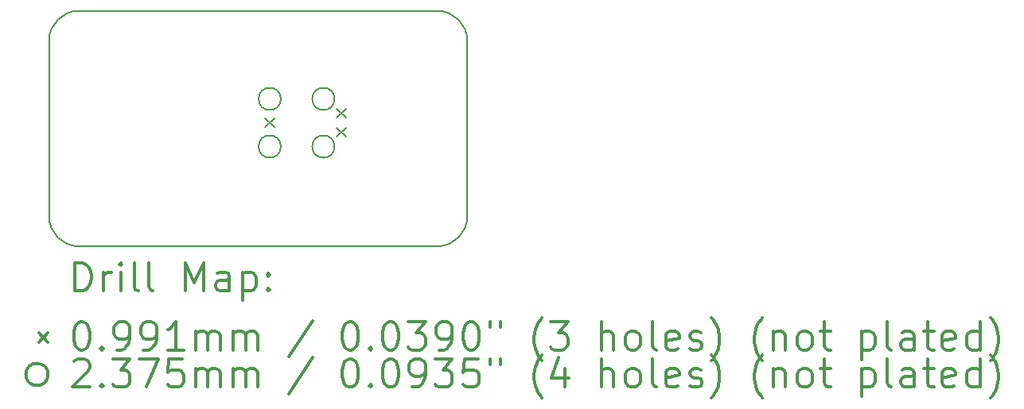
<source format=gbr>
%FSLAX45Y45*%
G04 Gerber Fmt 4.5, Leading zero omitted, Abs format (unit mm)*
G04 Created by KiCad (PCBNEW (5.1.12)-1) date 2023-04-24 20:05:02*
%MOMM*%
%LPD*%
G01*
G04 APERTURE LIST*
%TA.AperFunction,Profile*%
%ADD10C,0.200000*%
%TD*%
%ADD11C,0.200000*%
%ADD12C,0.300000*%
G04 APERTURE END LIST*
D10*
X17521068Y-5501144D02*
G75*
G02*
X17838568Y-5818644I0J-317500D01*
G01*
X13388568Y-5818644D02*
G75*
G02*
X13706068Y-5501144I317500J0D01*
G01*
X13388568Y-5818644D02*
X13388568Y-7693644D01*
X13706068Y-8011144D02*
X17521068Y-8011144D01*
X17521068Y-5501144D02*
X13706068Y-5501144D01*
X17838568Y-7693644D02*
X17838568Y-5818644D01*
X17838568Y-7693644D02*
G75*
G02*
X17521068Y-8011144I-317500J0D01*
G01*
X13706068Y-8011144D02*
G75*
G02*
X13388568Y-7693644I0J317500D01*
G01*
D11*
X15686786Y-6644386D02*
X15785846Y-6743446D01*
X15785846Y-6644386D02*
X15686786Y-6743446D01*
X16448786Y-6542786D02*
X16547846Y-6641846D01*
X16547846Y-6542786D02*
X16448786Y-6641846D01*
X16448786Y-6745986D02*
X16547846Y-6845046D01*
X16547846Y-6745986D02*
X16448786Y-6845046D01*
X15855061Y-6439916D02*
G75*
G03*
X15855061Y-6439916I-118745J0D01*
G01*
X15855061Y-6947916D02*
G75*
G03*
X15855061Y-6947916I-118745J0D01*
G01*
X16426561Y-6439916D02*
G75*
G03*
X16426561Y-6439916I-118745J0D01*
G01*
X16426561Y-6947916D02*
G75*
G03*
X16426561Y-6947916I-118745J0D01*
G01*
D12*
X13664996Y-8486858D02*
X13664996Y-8186858D01*
X13736425Y-8186858D01*
X13779282Y-8201144D01*
X13807854Y-8229715D01*
X13822139Y-8258287D01*
X13836425Y-8315430D01*
X13836425Y-8358287D01*
X13822139Y-8415430D01*
X13807854Y-8444001D01*
X13779282Y-8472573D01*
X13736425Y-8486858D01*
X13664996Y-8486858D01*
X13964996Y-8486858D02*
X13964996Y-8286858D01*
X13964996Y-8344001D02*
X13979282Y-8315430D01*
X13993568Y-8301144D01*
X14022139Y-8286858D01*
X14050711Y-8286858D01*
X14150711Y-8486858D02*
X14150711Y-8286858D01*
X14150711Y-8186858D02*
X14136425Y-8201144D01*
X14150711Y-8215430D01*
X14164996Y-8201144D01*
X14150711Y-8186858D01*
X14150711Y-8215430D01*
X14336425Y-8486858D02*
X14307854Y-8472573D01*
X14293568Y-8444001D01*
X14293568Y-8186858D01*
X14493568Y-8486858D02*
X14464996Y-8472573D01*
X14450711Y-8444001D01*
X14450711Y-8186858D01*
X14836425Y-8486858D02*
X14836425Y-8186858D01*
X14936425Y-8401144D01*
X15036425Y-8186858D01*
X15036425Y-8486858D01*
X15307854Y-8486858D02*
X15307854Y-8329715D01*
X15293568Y-8301144D01*
X15264996Y-8286858D01*
X15207854Y-8286858D01*
X15179282Y-8301144D01*
X15307854Y-8472573D02*
X15279282Y-8486858D01*
X15207854Y-8486858D01*
X15179282Y-8472573D01*
X15164996Y-8444001D01*
X15164996Y-8415430D01*
X15179282Y-8386858D01*
X15207854Y-8372573D01*
X15279282Y-8372573D01*
X15307854Y-8358287D01*
X15450711Y-8286858D02*
X15450711Y-8586858D01*
X15450711Y-8301144D02*
X15479282Y-8286858D01*
X15536425Y-8286858D01*
X15564996Y-8301144D01*
X15579282Y-8315430D01*
X15593568Y-8344001D01*
X15593568Y-8429716D01*
X15579282Y-8458287D01*
X15564996Y-8472573D01*
X15536425Y-8486858D01*
X15479282Y-8486858D01*
X15450711Y-8472573D01*
X15722139Y-8458287D02*
X15736425Y-8472573D01*
X15722139Y-8486858D01*
X15707854Y-8472573D01*
X15722139Y-8458287D01*
X15722139Y-8486858D01*
X15722139Y-8301144D02*
X15736425Y-8315430D01*
X15722139Y-8329715D01*
X15707854Y-8315430D01*
X15722139Y-8301144D01*
X15722139Y-8329715D01*
X13279508Y-8931614D02*
X13378568Y-9030674D01*
X13378568Y-8931614D02*
X13279508Y-9030674D01*
X13722139Y-8816858D02*
X13750711Y-8816858D01*
X13779282Y-8831144D01*
X13793568Y-8845430D01*
X13807854Y-8874001D01*
X13822139Y-8931144D01*
X13822139Y-9002573D01*
X13807854Y-9059716D01*
X13793568Y-9088287D01*
X13779282Y-9102573D01*
X13750711Y-9116858D01*
X13722139Y-9116858D01*
X13693568Y-9102573D01*
X13679282Y-9088287D01*
X13664996Y-9059716D01*
X13650711Y-9002573D01*
X13650711Y-8931144D01*
X13664996Y-8874001D01*
X13679282Y-8845430D01*
X13693568Y-8831144D01*
X13722139Y-8816858D01*
X13950711Y-9088287D02*
X13964996Y-9102573D01*
X13950711Y-9116858D01*
X13936425Y-9102573D01*
X13950711Y-9088287D01*
X13950711Y-9116858D01*
X14107854Y-9116858D02*
X14164996Y-9116858D01*
X14193568Y-9102573D01*
X14207854Y-9088287D01*
X14236425Y-9045430D01*
X14250711Y-8988287D01*
X14250711Y-8874001D01*
X14236425Y-8845430D01*
X14222139Y-8831144D01*
X14193568Y-8816858D01*
X14136425Y-8816858D01*
X14107854Y-8831144D01*
X14093568Y-8845430D01*
X14079282Y-8874001D01*
X14079282Y-8945430D01*
X14093568Y-8974001D01*
X14107854Y-8988287D01*
X14136425Y-9002573D01*
X14193568Y-9002573D01*
X14222139Y-8988287D01*
X14236425Y-8974001D01*
X14250711Y-8945430D01*
X14393568Y-9116858D02*
X14450711Y-9116858D01*
X14479282Y-9102573D01*
X14493568Y-9088287D01*
X14522139Y-9045430D01*
X14536425Y-8988287D01*
X14536425Y-8874001D01*
X14522139Y-8845430D01*
X14507854Y-8831144D01*
X14479282Y-8816858D01*
X14422139Y-8816858D01*
X14393568Y-8831144D01*
X14379282Y-8845430D01*
X14364996Y-8874001D01*
X14364996Y-8945430D01*
X14379282Y-8974001D01*
X14393568Y-8988287D01*
X14422139Y-9002573D01*
X14479282Y-9002573D01*
X14507854Y-8988287D01*
X14522139Y-8974001D01*
X14536425Y-8945430D01*
X14822139Y-9116858D02*
X14650711Y-9116858D01*
X14736425Y-9116858D02*
X14736425Y-8816858D01*
X14707854Y-8859716D01*
X14679282Y-8888287D01*
X14650711Y-8902573D01*
X14950711Y-9116858D02*
X14950711Y-8916858D01*
X14950711Y-8945430D02*
X14964996Y-8931144D01*
X14993568Y-8916858D01*
X15036425Y-8916858D01*
X15064996Y-8931144D01*
X15079282Y-8959716D01*
X15079282Y-9116858D01*
X15079282Y-8959716D02*
X15093568Y-8931144D01*
X15122139Y-8916858D01*
X15164996Y-8916858D01*
X15193568Y-8931144D01*
X15207854Y-8959716D01*
X15207854Y-9116858D01*
X15350711Y-9116858D02*
X15350711Y-8916858D01*
X15350711Y-8945430D02*
X15364996Y-8931144D01*
X15393568Y-8916858D01*
X15436425Y-8916858D01*
X15464996Y-8931144D01*
X15479282Y-8959716D01*
X15479282Y-9116858D01*
X15479282Y-8959716D02*
X15493568Y-8931144D01*
X15522139Y-8916858D01*
X15564996Y-8916858D01*
X15593568Y-8931144D01*
X15607854Y-8959716D01*
X15607854Y-9116858D01*
X16193568Y-8802573D02*
X15936425Y-9188287D01*
X16579282Y-8816858D02*
X16607854Y-8816858D01*
X16636425Y-8831144D01*
X16650711Y-8845430D01*
X16664996Y-8874001D01*
X16679282Y-8931144D01*
X16679282Y-9002573D01*
X16664996Y-9059716D01*
X16650711Y-9088287D01*
X16636425Y-9102573D01*
X16607854Y-9116858D01*
X16579282Y-9116858D01*
X16550711Y-9102573D01*
X16536425Y-9088287D01*
X16522139Y-9059716D01*
X16507854Y-9002573D01*
X16507854Y-8931144D01*
X16522139Y-8874001D01*
X16536425Y-8845430D01*
X16550711Y-8831144D01*
X16579282Y-8816858D01*
X16807854Y-9088287D02*
X16822139Y-9102573D01*
X16807854Y-9116858D01*
X16793568Y-9102573D01*
X16807854Y-9088287D01*
X16807854Y-9116858D01*
X17007854Y-8816858D02*
X17036425Y-8816858D01*
X17064996Y-8831144D01*
X17079282Y-8845430D01*
X17093568Y-8874001D01*
X17107854Y-8931144D01*
X17107854Y-9002573D01*
X17093568Y-9059716D01*
X17079282Y-9088287D01*
X17064996Y-9102573D01*
X17036425Y-9116858D01*
X17007854Y-9116858D01*
X16979282Y-9102573D01*
X16964996Y-9088287D01*
X16950711Y-9059716D01*
X16936425Y-9002573D01*
X16936425Y-8931144D01*
X16950711Y-8874001D01*
X16964996Y-8845430D01*
X16979282Y-8831144D01*
X17007854Y-8816858D01*
X17207854Y-8816858D02*
X17393568Y-8816858D01*
X17293568Y-8931144D01*
X17336425Y-8931144D01*
X17364996Y-8945430D01*
X17379282Y-8959716D01*
X17393568Y-8988287D01*
X17393568Y-9059716D01*
X17379282Y-9088287D01*
X17364996Y-9102573D01*
X17336425Y-9116858D01*
X17250711Y-9116858D01*
X17222139Y-9102573D01*
X17207854Y-9088287D01*
X17536425Y-9116858D02*
X17593568Y-9116858D01*
X17622139Y-9102573D01*
X17636425Y-9088287D01*
X17664996Y-9045430D01*
X17679282Y-8988287D01*
X17679282Y-8874001D01*
X17664996Y-8845430D01*
X17650711Y-8831144D01*
X17622139Y-8816858D01*
X17564996Y-8816858D01*
X17536425Y-8831144D01*
X17522139Y-8845430D01*
X17507854Y-8874001D01*
X17507854Y-8945430D01*
X17522139Y-8974001D01*
X17536425Y-8988287D01*
X17564996Y-9002573D01*
X17622139Y-9002573D01*
X17650711Y-8988287D01*
X17664996Y-8974001D01*
X17679282Y-8945430D01*
X17864996Y-8816858D02*
X17893568Y-8816858D01*
X17922139Y-8831144D01*
X17936425Y-8845430D01*
X17950711Y-8874001D01*
X17964996Y-8931144D01*
X17964996Y-9002573D01*
X17950711Y-9059716D01*
X17936425Y-9088287D01*
X17922139Y-9102573D01*
X17893568Y-9116858D01*
X17864996Y-9116858D01*
X17836425Y-9102573D01*
X17822139Y-9088287D01*
X17807854Y-9059716D01*
X17793568Y-9002573D01*
X17793568Y-8931144D01*
X17807854Y-8874001D01*
X17822139Y-8845430D01*
X17836425Y-8831144D01*
X17864996Y-8816858D01*
X18079282Y-8816858D02*
X18079282Y-8874001D01*
X18193568Y-8816858D02*
X18193568Y-8874001D01*
X18636425Y-9231144D02*
X18622139Y-9216858D01*
X18593568Y-9174001D01*
X18579282Y-9145430D01*
X18564996Y-9102573D01*
X18550711Y-9031144D01*
X18550711Y-8974001D01*
X18564996Y-8902573D01*
X18579282Y-8859716D01*
X18593568Y-8831144D01*
X18622139Y-8788287D01*
X18636425Y-8774001D01*
X18722139Y-8816858D02*
X18907854Y-8816858D01*
X18807854Y-8931144D01*
X18850711Y-8931144D01*
X18879282Y-8945430D01*
X18893568Y-8959716D01*
X18907854Y-8988287D01*
X18907854Y-9059716D01*
X18893568Y-9088287D01*
X18879282Y-9102573D01*
X18850711Y-9116858D01*
X18764996Y-9116858D01*
X18736425Y-9102573D01*
X18722139Y-9088287D01*
X19264996Y-9116858D02*
X19264996Y-8816858D01*
X19393568Y-9116858D02*
X19393568Y-8959716D01*
X19379282Y-8931144D01*
X19350711Y-8916858D01*
X19307854Y-8916858D01*
X19279282Y-8931144D01*
X19264996Y-8945430D01*
X19579282Y-9116858D02*
X19550711Y-9102573D01*
X19536425Y-9088287D01*
X19522139Y-9059716D01*
X19522139Y-8974001D01*
X19536425Y-8945430D01*
X19550711Y-8931144D01*
X19579282Y-8916858D01*
X19622139Y-8916858D01*
X19650711Y-8931144D01*
X19664996Y-8945430D01*
X19679282Y-8974001D01*
X19679282Y-9059716D01*
X19664996Y-9088287D01*
X19650711Y-9102573D01*
X19622139Y-9116858D01*
X19579282Y-9116858D01*
X19850711Y-9116858D02*
X19822139Y-9102573D01*
X19807854Y-9074001D01*
X19807854Y-8816858D01*
X20079282Y-9102573D02*
X20050711Y-9116858D01*
X19993568Y-9116858D01*
X19964996Y-9102573D01*
X19950711Y-9074001D01*
X19950711Y-8959716D01*
X19964996Y-8931144D01*
X19993568Y-8916858D01*
X20050711Y-8916858D01*
X20079282Y-8931144D01*
X20093568Y-8959716D01*
X20093568Y-8988287D01*
X19950711Y-9016858D01*
X20207854Y-9102573D02*
X20236425Y-9116858D01*
X20293568Y-9116858D01*
X20322139Y-9102573D01*
X20336425Y-9074001D01*
X20336425Y-9059716D01*
X20322139Y-9031144D01*
X20293568Y-9016858D01*
X20250711Y-9016858D01*
X20222139Y-9002573D01*
X20207854Y-8974001D01*
X20207854Y-8959716D01*
X20222139Y-8931144D01*
X20250711Y-8916858D01*
X20293568Y-8916858D01*
X20322139Y-8931144D01*
X20436425Y-9231144D02*
X20450711Y-9216858D01*
X20479282Y-9174001D01*
X20493568Y-9145430D01*
X20507854Y-9102573D01*
X20522139Y-9031144D01*
X20522139Y-8974001D01*
X20507854Y-8902573D01*
X20493568Y-8859716D01*
X20479282Y-8831144D01*
X20450711Y-8788287D01*
X20436425Y-8774001D01*
X20979282Y-9231144D02*
X20964996Y-9216858D01*
X20936425Y-9174001D01*
X20922139Y-9145430D01*
X20907854Y-9102573D01*
X20893568Y-9031144D01*
X20893568Y-8974001D01*
X20907854Y-8902573D01*
X20922139Y-8859716D01*
X20936425Y-8831144D01*
X20964996Y-8788287D01*
X20979282Y-8774001D01*
X21093568Y-8916858D02*
X21093568Y-9116858D01*
X21093568Y-8945430D02*
X21107854Y-8931144D01*
X21136425Y-8916858D01*
X21179282Y-8916858D01*
X21207854Y-8931144D01*
X21222139Y-8959716D01*
X21222139Y-9116858D01*
X21407854Y-9116858D02*
X21379282Y-9102573D01*
X21364996Y-9088287D01*
X21350711Y-9059716D01*
X21350711Y-8974001D01*
X21364996Y-8945430D01*
X21379282Y-8931144D01*
X21407854Y-8916858D01*
X21450711Y-8916858D01*
X21479282Y-8931144D01*
X21493568Y-8945430D01*
X21507854Y-8974001D01*
X21507854Y-9059716D01*
X21493568Y-9088287D01*
X21479282Y-9102573D01*
X21450711Y-9116858D01*
X21407854Y-9116858D01*
X21593568Y-8916858D02*
X21707854Y-8916858D01*
X21636425Y-8816858D02*
X21636425Y-9074001D01*
X21650711Y-9102573D01*
X21679282Y-9116858D01*
X21707854Y-9116858D01*
X22036425Y-8916858D02*
X22036425Y-9216858D01*
X22036425Y-8931144D02*
X22064996Y-8916858D01*
X22122139Y-8916858D01*
X22150711Y-8931144D01*
X22164996Y-8945430D01*
X22179282Y-8974001D01*
X22179282Y-9059716D01*
X22164996Y-9088287D01*
X22150711Y-9102573D01*
X22122139Y-9116858D01*
X22064996Y-9116858D01*
X22036425Y-9102573D01*
X22350711Y-9116858D02*
X22322139Y-9102573D01*
X22307854Y-9074001D01*
X22307854Y-8816858D01*
X22593568Y-9116858D02*
X22593568Y-8959716D01*
X22579282Y-8931144D01*
X22550711Y-8916858D01*
X22493568Y-8916858D01*
X22464996Y-8931144D01*
X22593568Y-9102573D02*
X22564996Y-9116858D01*
X22493568Y-9116858D01*
X22464996Y-9102573D01*
X22450711Y-9074001D01*
X22450711Y-9045430D01*
X22464996Y-9016858D01*
X22493568Y-9002573D01*
X22564996Y-9002573D01*
X22593568Y-8988287D01*
X22693568Y-8916858D02*
X22807854Y-8916858D01*
X22736425Y-8816858D02*
X22736425Y-9074001D01*
X22750711Y-9102573D01*
X22779282Y-9116858D01*
X22807854Y-9116858D01*
X23022139Y-9102573D02*
X22993568Y-9116858D01*
X22936425Y-9116858D01*
X22907854Y-9102573D01*
X22893568Y-9074001D01*
X22893568Y-8959716D01*
X22907854Y-8931144D01*
X22936425Y-8916858D01*
X22993568Y-8916858D01*
X23022139Y-8931144D01*
X23036425Y-8959716D01*
X23036425Y-8988287D01*
X22893568Y-9016858D01*
X23293568Y-9116858D02*
X23293568Y-8816858D01*
X23293568Y-9102573D02*
X23264996Y-9116858D01*
X23207854Y-9116858D01*
X23179282Y-9102573D01*
X23164996Y-9088287D01*
X23150711Y-9059716D01*
X23150711Y-8974001D01*
X23164996Y-8945430D01*
X23179282Y-8931144D01*
X23207854Y-8916858D01*
X23264996Y-8916858D01*
X23293568Y-8931144D01*
X23407854Y-9231144D02*
X23422139Y-9216858D01*
X23450711Y-9174001D01*
X23464996Y-9145430D01*
X23479282Y-9102573D01*
X23493568Y-9031144D01*
X23493568Y-8974001D01*
X23479282Y-8902573D01*
X23464996Y-8859716D01*
X23450711Y-8831144D01*
X23422139Y-8788287D01*
X23407854Y-8774001D01*
X13378568Y-9377144D02*
G75*
G03*
X13378568Y-9377144I-118745J0D01*
G01*
X13650711Y-9241430D02*
X13664996Y-9227144D01*
X13693568Y-9212858D01*
X13764996Y-9212858D01*
X13793568Y-9227144D01*
X13807854Y-9241430D01*
X13822139Y-9270001D01*
X13822139Y-9298573D01*
X13807854Y-9341430D01*
X13636425Y-9512858D01*
X13822139Y-9512858D01*
X13950711Y-9484287D02*
X13964996Y-9498573D01*
X13950711Y-9512858D01*
X13936425Y-9498573D01*
X13950711Y-9484287D01*
X13950711Y-9512858D01*
X14064996Y-9212858D02*
X14250711Y-9212858D01*
X14150711Y-9327144D01*
X14193568Y-9327144D01*
X14222139Y-9341430D01*
X14236425Y-9355716D01*
X14250711Y-9384287D01*
X14250711Y-9455716D01*
X14236425Y-9484287D01*
X14222139Y-9498573D01*
X14193568Y-9512858D01*
X14107854Y-9512858D01*
X14079282Y-9498573D01*
X14064996Y-9484287D01*
X14350711Y-9212858D02*
X14550711Y-9212858D01*
X14422139Y-9512858D01*
X14807854Y-9212858D02*
X14664996Y-9212858D01*
X14650711Y-9355716D01*
X14664996Y-9341430D01*
X14693568Y-9327144D01*
X14764996Y-9327144D01*
X14793568Y-9341430D01*
X14807854Y-9355716D01*
X14822139Y-9384287D01*
X14822139Y-9455716D01*
X14807854Y-9484287D01*
X14793568Y-9498573D01*
X14764996Y-9512858D01*
X14693568Y-9512858D01*
X14664996Y-9498573D01*
X14650711Y-9484287D01*
X14950711Y-9512858D02*
X14950711Y-9312858D01*
X14950711Y-9341430D02*
X14964996Y-9327144D01*
X14993568Y-9312858D01*
X15036425Y-9312858D01*
X15064996Y-9327144D01*
X15079282Y-9355716D01*
X15079282Y-9512858D01*
X15079282Y-9355716D02*
X15093568Y-9327144D01*
X15122139Y-9312858D01*
X15164996Y-9312858D01*
X15193568Y-9327144D01*
X15207854Y-9355716D01*
X15207854Y-9512858D01*
X15350711Y-9512858D02*
X15350711Y-9312858D01*
X15350711Y-9341430D02*
X15364996Y-9327144D01*
X15393568Y-9312858D01*
X15436425Y-9312858D01*
X15464996Y-9327144D01*
X15479282Y-9355716D01*
X15479282Y-9512858D01*
X15479282Y-9355716D02*
X15493568Y-9327144D01*
X15522139Y-9312858D01*
X15564996Y-9312858D01*
X15593568Y-9327144D01*
X15607854Y-9355716D01*
X15607854Y-9512858D01*
X16193568Y-9198573D02*
X15936425Y-9584287D01*
X16579282Y-9212858D02*
X16607854Y-9212858D01*
X16636425Y-9227144D01*
X16650711Y-9241430D01*
X16664996Y-9270001D01*
X16679282Y-9327144D01*
X16679282Y-9398573D01*
X16664996Y-9455716D01*
X16650711Y-9484287D01*
X16636425Y-9498573D01*
X16607854Y-9512858D01*
X16579282Y-9512858D01*
X16550711Y-9498573D01*
X16536425Y-9484287D01*
X16522139Y-9455716D01*
X16507854Y-9398573D01*
X16507854Y-9327144D01*
X16522139Y-9270001D01*
X16536425Y-9241430D01*
X16550711Y-9227144D01*
X16579282Y-9212858D01*
X16807854Y-9484287D02*
X16822139Y-9498573D01*
X16807854Y-9512858D01*
X16793568Y-9498573D01*
X16807854Y-9484287D01*
X16807854Y-9512858D01*
X17007854Y-9212858D02*
X17036425Y-9212858D01*
X17064996Y-9227144D01*
X17079282Y-9241430D01*
X17093568Y-9270001D01*
X17107854Y-9327144D01*
X17107854Y-9398573D01*
X17093568Y-9455716D01*
X17079282Y-9484287D01*
X17064996Y-9498573D01*
X17036425Y-9512858D01*
X17007854Y-9512858D01*
X16979282Y-9498573D01*
X16964996Y-9484287D01*
X16950711Y-9455716D01*
X16936425Y-9398573D01*
X16936425Y-9327144D01*
X16950711Y-9270001D01*
X16964996Y-9241430D01*
X16979282Y-9227144D01*
X17007854Y-9212858D01*
X17250711Y-9512858D02*
X17307854Y-9512858D01*
X17336425Y-9498573D01*
X17350711Y-9484287D01*
X17379282Y-9441430D01*
X17393568Y-9384287D01*
X17393568Y-9270001D01*
X17379282Y-9241430D01*
X17364996Y-9227144D01*
X17336425Y-9212858D01*
X17279282Y-9212858D01*
X17250711Y-9227144D01*
X17236425Y-9241430D01*
X17222139Y-9270001D01*
X17222139Y-9341430D01*
X17236425Y-9370001D01*
X17250711Y-9384287D01*
X17279282Y-9398573D01*
X17336425Y-9398573D01*
X17364996Y-9384287D01*
X17379282Y-9370001D01*
X17393568Y-9341430D01*
X17493568Y-9212858D02*
X17679282Y-9212858D01*
X17579282Y-9327144D01*
X17622139Y-9327144D01*
X17650711Y-9341430D01*
X17664996Y-9355716D01*
X17679282Y-9384287D01*
X17679282Y-9455716D01*
X17664996Y-9484287D01*
X17650711Y-9498573D01*
X17622139Y-9512858D01*
X17536425Y-9512858D01*
X17507854Y-9498573D01*
X17493568Y-9484287D01*
X17950711Y-9212858D02*
X17807854Y-9212858D01*
X17793568Y-9355716D01*
X17807854Y-9341430D01*
X17836425Y-9327144D01*
X17907854Y-9327144D01*
X17936425Y-9341430D01*
X17950711Y-9355716D01*
X17964996Y-9384287D01*
X17964996Y-9455716D01*
X17950711Y-9484287D01*
X17936425Y-9498573D01*
X17907854Y-9512858D01*
X17836425Y-9512858D01*
X17807854Y-9498573D01*
X17793568Y-9484287D01*
X18079282Y-9212858D02*
X18079282Y-9270001D01*
X18193568Y-9212858D02*
X18193568Y-9270001D01*
X18636425Y-9627144D02*
X18622139Y-9612858D01*
X18593568Y-9570001D01*
X18579282Y-9541430D01*
X18564996Y-9498573D01*
X18550711Y-9427144D01*
X18550711Y-9370001D01*
X18564996Y-9298573D01*
X18579282Y-9255716D01*
X18593568Y-9227144D01*
X18622139Y-9184287D01*
X18636425Y-9170001D01*
X18879282Y-9312858D02*
X18879282Y-9512858D01*
X18807854Y-9198573D02*
X18736425Y-9412858D01*
X18922139Y-9412858D01*
X19264996Y-9512858D02*
X19264996Y-9212858D01*
X19393568Y-9512858D02*
X19393568Y-9355716D01*
X19379282Y-9327144D01*
X19350711Y-9312858D01*
X19307854Y-9312858D01*
X19279282Y-9327144D01*
X19264996Y-9341430D01*
X19579282Y-9512858D02*
X19550711Y-9498573D01*
X19536425Y-9484287D01*
X19522139Y-9455716D01*
X19522139Y-9370001D01*
X19536425Y-9341430D01*
X19550711Y-9327144D01*
X19579282Y-9312858D01*
X19622139Y-9312858D01*
X19650711Y-9327144D01*
X19664996Y-9341430D01*
X19679282Y-9370001D01*
X19679282Y-9455716D01*
X19664996Y-9484287D01*
X19650711Y-9498573D01*
X19622139Y-9512858D01*
X19579282Y-9512858D01*
X19850711Y-9512858D02*
X19822139Y-9498573D01*
X19807854Y-9470001D01*
X19807854Y-9212858D01*
X20079282Y-9498573D02*
X20050711Y-9512858D01*
X19993568Y-9512858D01*
X19964996Y-9498573D01*
X19950711Y-9470001D01*
X19950711Y-9355716D01*
X19964996Y-9327144D01*
X19993568Y-9312858D01*
X20050711Y-9312858D01*
X20079282Y-9327144D01*
X20093568Y-9355716D01*
X20093568Y-9384287D01*
X19950711Y-9412858D01*
X20207854Y-9498573D02*
X20236425Y-9512858D01*
X20293568Y-9512858D01*
X20322139Y-9498573D01*
X20336425Y-9470001D01*
X20336425Y-9455716D01*
X20322139Y-9427144D01*
X20293568Y-9412858D01*
X20250711Y-9412858D01*
X20222139Y-9398573D01*
X20207854Y-9370001D01*
X20207854Y-9355716D01*
X20222139Y-9327144D01*
X20250711Y-9312858D01*
X20293568Y-9312858D01*
X20322139Y-9327144D01*
X20436425Y-9627144D02*
X20450711Y-9612858D01*
X20479282Y-9570001D01*
X20493568Y-9541430D01*
X20507854Y-9498573D01*
X20522139Y-9427144D01*
X20522139Y-9370001D01*
X20507854Y-9298573D01*
X20493568Y-9255716D01*
X20479282Y-9227144D01*
X20450711Y-9184287D01*
X20436425Y-9170001D01*
X20979282Y-9627144D02*
X20964996Y-9612858D01*
X20936425Y-9570001D01*
X20922139Y-9541430D01*
X20907854Y-9498573D01*
X20893568Y-9427144D01*
X20893568Y-9370001D01*
X20907854Y-9298573D01*
X20922139Y-9255716D01*
X20936425Y-9227144D01*
X20964996Y-9184287D01*
X20979282Y-9170001D01*
X21093568Y-9312858D02*
X21093568Y-9512858D01*
X21093568Y-9341430D02*
X21107854Y-9327144D01*
X21136425Y-9312858D01*
X21179282Y-9312858D01*
X21207854Y-9327144D01*
X21222139Y-9355716D01*
X21222139Y-9512858D01*
X21407854Y-9512858D02*
X21379282Y-9498573D01*
X21364996Y-9484287D01*
X21350711Y-9455716D01*
X21350711Y-9370001D01*
X21364996Y-9341430D01*
X21379282Y-9327144D01*
X21407854Y-9312858D01*
X21450711Y-9312858D01*
X21479282Y-9327144D01*
X21493568Y-9341430D01*
X21507854Y-9370001D01*
X21507854Y-9455716D01*
X21493568Y-9484287D01*
X21479282Y-9498573D01*
X21450711Y-9512858D01*
X21407854Y-9512858D01*
X21593568Y-9312858D02*
X21707854Y-9312858D01*
X21636425Y-9212858D02*
X21636425Y-9470001D01*
X21650711Y-9498573D01*
X21679282Y-9512858D01*
X21707854Y-9512858D01*
X22036425Y-9312858D02*
X22036425Y-9612858D01*
X22036425Y-9327144D02*
X22064996Y-9312858D01*
X22122139Y-9312858D01*
X22150711Y-9327144D01*
X22164996Y-9341430D01*
X22179282Y-9370001D01*
X22179282Y-9455716D01*
X22164996Y-9484287D01*
X22150711Y-9498573D01*
X22122139Y-9512858D01*
X22064996Y-9512858D01*
X22036425Y-9498573D01*
X22350711Y-9512858D02*
X22322139Y-9498573D01*
X22307854Y-9470001D01*
X22307854Y-9212858D01*
X22593568Y-9512858D02*
X22593568Y-9355716D01*
X22579282Y-9327144D01*
X22550711Y-9312858D01*
X22493568Y-9312858D01*
X22464996Y-9327144D01*
X22593568Y-9498573D02*
X22564996Y-9512858D01*
X22493568Y-9512858D01*
X22464996Y-9498573D01*
X22450711Y-9470001D01*
X22450711Y-9441430D01*
X22464996Y-9412858D01*
X22493568Y-9398573D01*
X22564996Y-9398573D01*
X22593568Y-9384287D01*
X22693568Y-9312858D02*
X22807854Y-9312858D01*
X22736425Y-9212858D02*
X22736425Y-9470001D01*
X22750711Y-9498573D01*
X22779282Y-9512858D01*
X22807854Y-9512858D01*
X23022139Y-9498573D02*
X22993568Y-9512858D01*
X22936425Y-9512858D01*
X22907854Y-9498573D01*
X22893568Y-9470001D01*
X22893568Y-9355716D01*
X22907854Y-9327144D01*
X22936425Y-9312858D01*
X22993568Y-9312858D01*
X23022139Y-9327144D01*
X23036425Y-9355716D01*
X23036425Y-9384287D01*
X22893568Y-9412858D01*
X23293568Y-9512858D02*
X23293568Y-9212858D01*
X23293568Y-9498573D02*
X23264996Y-9512858D01*
X23207854Y-9512858D01*
X23179282Y-9498573D01*
X23164996Y-9484287D01*
X23150711Y-9455716D01*
X23150711Y-9370001D01*
X23164996Y-9341430D01*
X23179282Y-9327144D01*
X23207854Y-9312858D01*
X23264996Y-9312858D01*
X23293568Y-9327144D01*
X23407854Y-9627144D02*
X23422139Y-9612858D01*
X23450711Y-9570001D01*
X23464996Y-9541430D01*
X23479282Y-9498573D01*
X23493568Y-9427144D01*
X23493568Y-9370001D01*
X23479282Y-9298573D01*
X23464996Y-9255716D01*
X23450711Y-9227144D01*
X23422139Y-9184287D01*
X23407854Y-9170001D01*
M02*

</source>
